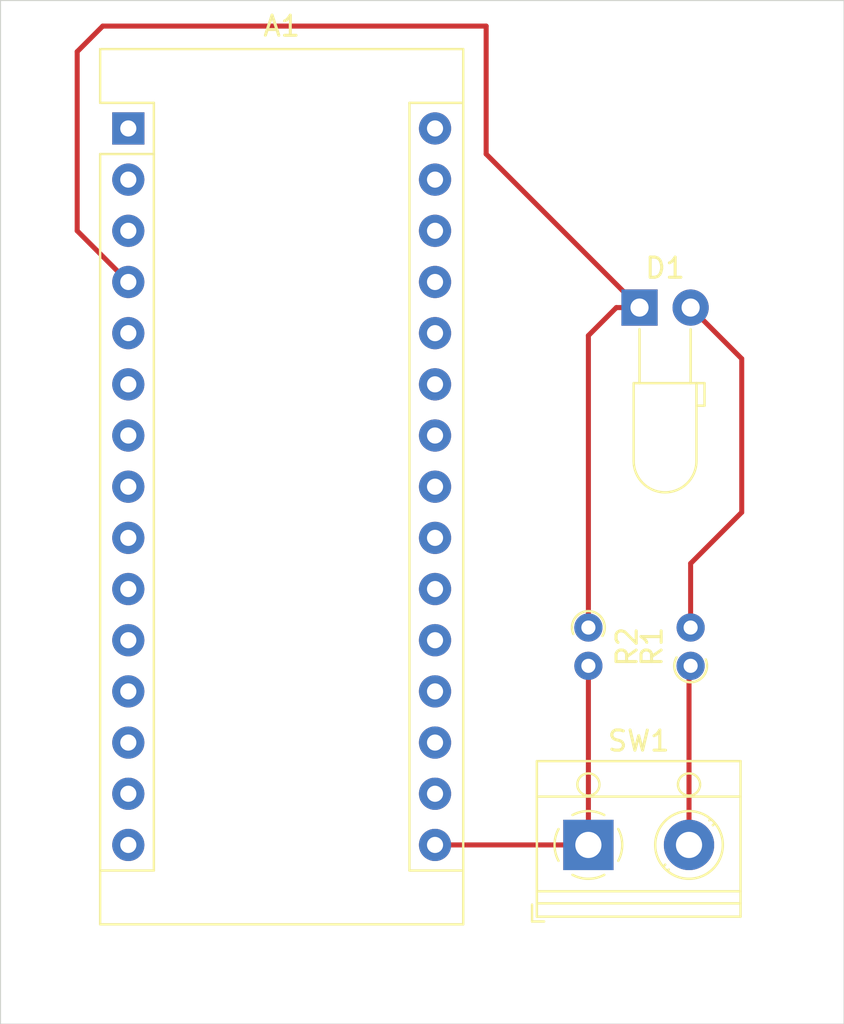
<source format=kicad_pcb>
(kicad_pcb (version 20171130) (host pcbnew 5.1.5+dfsg1-2build2)

  (general
    (thickness 1.6)
    (drawings 4)
    (tracks 17)
    (zones 0)
    (modules 5)
    (nets 33)
  )

  (page A4)
  (layers
    (0 F.Cu signal)
    (31 B.Cu signal)
    (32 B.Adhes user)
    (33 F.Adhes user)
    (34 B.Paste user)
    (35 F.Paste user)
    (36 B.SilkS user)
    (37 F.SilkS user)
    (38 B.Mask user)
    (39 F.Mask user)
    (40 Dwgs.User user)
    (41 Cmts.User user)
    (42 Eco1.User user)
    (43 Eco2.User user)
    (44 Edge.Cuts user)
    (45 Margin user)
    (46 B.CrtYd user)
    (47 F.CrtYd user)
    (48 B.Fab user)
    (49 F.Fab user)
  )

  (setup
    (last_trace_width 0.25)
    (trace_clearance 0.2)
    (zone_clearance 0.508)
    (zone_45_only no)
    (trace_min 0.2)
    (via_size 0.8)
    (via_drill 0.4)
    (via_min_size 0.4)
    (via_min_drill 0.3)
    (uvia_size 0.3)
    (uvia_drill 0.1)
    (uvias_allowed no)
    (uvia_min_size 0.2)
    (uvia_min_drill 0.1)
    (edge_width 0.05)
    (segment_width 0.2)
    (pcb_text_width 0.3)
    (pcb_text_size 1.5 1.5)
    (mod_edge_width 0.12)
    (mod_text_size 1 1)
    (mod_text_width 0.15)
    (pad_size 1.524 1.524)
    (pad_drill 0.762)
    (pad_to_mask_clearance 0.051)
    (solder_mask_min_width 0.25)
    (aux_axis_origin 0 0)
    (visible_elements FFFFFF7F)
    (pcbplotparams
      (layerselection 0x010fc_ffffffff)
      (usegerberextensions false)
      (usegerberattributes false)
      (usegerberadvancedattributes false)
      (creategerberjobfile true)
      (excludeedgelayer true)
      (linewidth 0.100000)
      (plotframeref false)
      (viasonmask false)
      (mode 1)
      (useauxorigin false)
      (hpglpennumber 1)
      (hpglpenspeed 20)
      (hpglpendiameter 15.000000)
      (psnegative false)
      (psa4output false)
      (plotreference true)
      (plotvalue true)
      (plotinvisibletext false)
      (padsonsilk false)
      (subtractmaskfromsilk false)
      (outputformat 1)
      (mirror false)
      (drillshape 0)
      (scaleselection 1)
      (outputdirectory ""))
  )

  (net 0 "")
  (net 1 "Net-(A1-Pad1)")
  (net 2 "Net-(A1-Pad17)")
  (net 3 "Net-(A1-Pad2)")
  (net 4 "Net-(A1-Pad18)")
  (net 5 "Net-(A1-Pad3)")
  (net 6 "Net-(A1-Pad19)")
  (net 7 "Net-(A1-Pad4)")
  (net 8 "Net-(A1-Pad20)")
  (net 9 "Net-(A1-Pad5)")
  (net 10 "Net-(A1-Pad21)")
  (net 11 "Net-(A1-Pad6)")
  (net 12 "Net-(A1-Pad22)")
  (net 13 "Net-(A1-Pad7)")
  (net 14 "Net-(A1-Pad23)")
  (net 15 VCC)
  (net 16 "Net-(A1-Pad24)")
  (net 17 "Net-(A1-Pad9)")
  (net 18 "Net-(A1-Pad25)")
  (net 19 "Net-(A1-Pad10)")
  (net 20 "Net-(A1-Pad26)")
  (net 21 "Net-(A1-Pad11)")
  (net 22 "Net-(A1-Pad27)")
  (net 23 "Net-(A1-Pad12)")
  (net 24 "Net-(A1-Pad28)")
  (net 25 "Net-(A1-Pad13)")
  (net 26 "Net-(A1-Pad14)")
  (net 27 "Net-(A1-Pad15)")
  (net 28 "Net-(A1-Pad16)")
  (net 29 "Net-(D1-Pad2)")
  (net 30 "Net-(R1-Pad1)")
  (net 31 "Net-(A1-Pad29)")
  (net 32 "Net-(A1-Pad8)")

  (net_class Default "This is the default net class."
    (clearance 0.2)
    (trace_width 0.25)
    (via_dia 0.8)
    (via_drill 0.4)
    (uvia_dia 0.3)
    (uvia_drill 0.1)
    (add_net "Net-(A1-Pad1)")
    (add_net "Net-(A1-Pad10)")
    (add_net "Net-(A1-Pad11)")
    (add_net "Net-(A1-Pad12)")
    (add_net "Net-(A1-Pad13)")
    (add_net "Net-(A1-Pad14)")
    (add_net "Net-(A1-Pad15)")
    (add_net "Net-(A1-Pad16)")
    (add_net "Net-(A1-Pad17)")
    (add_net "Net-(A1-Pad18)")
    (add_net "Net-(A1-Pad19)")
    (add_net "Net-(A1-Pad2)")
    (add_net "Net-(A1-Pad20)")
    (add_net "Net-(A1-Pad21)")
    (add_net "Net-(A1-Pad22)")
    (add_net "Net-(A1-Pad23)")
    (add_net "Net-(A1-Pad24)")
    (add_net "Net-(A1-Pad25)")
    (add_net "Net-(A1-Pad26)")
    (add_net "Net-(A1-Pad27)")
    (add_net "Net-(A1-Pad28)")
    (add_net "Net-(A1-Pad29)")
    (add_net "Net-(A1-Pad3)")
    (add_net "Net-(A1-Pad4)")
    (add_net "Net-(A1-Pad5)")
    (add_net "Net-(A1-Pad6)")
    (add_net "Net-(A1-Pad7)")
    (add_net "Net-(A1-Pad8)")
    (add_net "Net-(A1-Pad9)")
    (add_net "Net-(D1-Pad2)")
    (add_net "Net-(R1-Pad1)")
    (add_net VCC)
  )

  (module TerminalBlock_RND:TerminalBlock_RND_205-00012_1x02_P5.00mm_Horizontal (layer F.Cu) (tedit 5B294F52) (tstamp 633FB02C)
    (at 123.19 101.6)
    (descr "terminal block RND 205-00012, 2 pins, pitch 5mm, size 10x7.6mm^2, drill diamater 1.3mm, pad diameter 2.5mm, see http://cdn-reichelt.de/documents/datenblatt/C151/RND_205-00012_DB_EN.pdf, script-generated using https://github.com/pointhi/kicad-footprint-generator/scripts/TerminalBlock_RND")
    (tags "THT terminal block RND 205-00012 pitch 5mm size 10x7.6mm^2 drill 1.3mm pad 2.5mm")
    (path /63412D65)
    (fp_text reference SW1 (at 2.5 -5.16) (layer F.SilkS)
      (effects (font (size 1 1) (thickness 0.15)))
    )
    (fp_text value SW_SPST (at 2.5 4.56) (layer F.Fab)
      (effects (font (size 1 1) (thickness 0.15)))
    )
    (fp_text user %R (at 2.5 -5.16) (layer F.Fab)
      (effects (font (size 1 1) (thickness 0.15)))
    )
    (fp_line (start 8 -4.6) (end -3 -4.6) (layer F.CrtYd) (width 0.05))
    (fp_line (start 8 4) (end 8 -4.6) (layer F.CrtYd) (width 0.05))
    (fp_line (start -3 4) (end 8 4) (layer F.CrtYd) (width 0.05))
    (fp_line (start -3 -4.6) (end -3 4) (layer F.CrtYd) (width 0.05))
    (fp_line (start -2.8 3.8) (end -2.2 3.8) (layer F.SilkS) (width 0.12))
    (fp_line (start -2.8 2.96) (end -2.8 3.8) (layer F.SilkS) (width 0.12))
    (fp_line (start 3.82 0.976) (end 3.726 1.069) (layer F.SilkS) (width 0.12))
    (fp_line (start 6.07 -1.275) (end 6.011 -1.216) (layer F.SilkS) (width 0.12))
    (fp_line (start 3.99 1.216) (end 3.931 1.274) (layer F.SilkS) (width 0.12))
    (fp_line (start 6.275 -1.069) (end 6.181 -0.976) (layer F.SilkS) (width 0.12))
    (fp_line (start 5.955 -1.138) (end 3.863 0.955) (layer F.Fab) (width 0.1))
    (fp_line (start 6.138 -0.955) (end 4.046 1.138) (layer F.Fab) (width 0.1))
    (fp_line (start 0.955 -1.138) (end -1.138 0.955) (layer F.Fab) (width 0.1))
    (fp_line (start 1.138 -0.955) (end -0.955 1.138) (layer F.Fab) (width 0.1))
    (fp_line (start 7.56 -4.16) (end 7.56 3.561) (layer F.SilkS) (width 0.12))
    (fp_line (start -2.56 -4.16) (end -2.56 3.561) (layer F.SilkS) (width 0.12))
    (fp_line (start -2.56 3.561) (end 7.56 3.561) (layer F.SilkS) (width 0.12))
    (fp_line (start -2.56 -4.16) (end 7.56 -4.16) (layer F.SilkS) (width 0.12))
    (fp_line (start -2.56 -2.4) (end 7.56 -2.4) (layer F.SilkS) (width 0.12))
    (fp_line (start -2.5 -2.4) (end 7.5 -2.4) (layer F.Fab) (width 0.1))
    (fp_line (start -2.56 2.3) (end 7.56 2.3) (layer F.SilkS) (width 0.12))
    (fp_line (start -2.5 2.3) (end 7.5 2.3) (layer F.Fab) (width 0.1))
    (fp_line (start -2.56 2.9) (end 7.56 2.9) (layer F.SilkS) (width 0.12))
    (fp_line (start -2.5 2.9) (end 7.5 2.9) (layer F.Fab) (width 0.1))
    (fp_line (start -2.5 2.9) (end -2.5 -4.1) (layer F.Fab) (width 0.1))
    (fp_line (start -1.9 3.5) (end -2.5 2.9) (layer F.Fab) (width 0.1))
    (fp_line (start 7.5 3.5) (end -1.9 3.5) (layer F.Fab) (width 0.1))
    (fp_line (start 7.5 -4.1) (end 7.5 3.5) (layer F.Fab) (width 0.1))
    (fp_line (start -2.5 -4.1) (end 7.5 -4.1) (layer F.Fab) (width 0.1))
    (fp_circle (center 5 -3) (end 5.55 -3) (layer F.SilkS) (width 0.12))
    (fp_circle (center 5 -3) (end 5.55 -3) (layer F.Fab) (width 0.1))
    (fp_circle (center 5 0) (end 6.68 0) (layer F.SilkS) (width 0.12))
    (fp_circle (center 5 0) (end 6.5 0) (layer F.Fab) (width 0.1))
    (fp_circle (center 0 -3) (end 0.55 -3) (layer F.SilkS) (width 0.12))
    (fp_circle (center 0 -3) (end 0.55 -3) (layer F.Fab) (width 0.1))
    (fp_circle (center 0 0) (end 1.5 0) (layer F.Fab) (width 0.1))
    (fp_arc (start 0 0) (end -0.789 1.484) (angle -29) (layer F.SilkS) (width 0.12))
    (fp_arc (start 0 0) (end -1.484 -0.789) (angle -56) (layer F.SilkS) (width 0.12))
    (fp_arc (start 0 0) (end 0.789 -1.484) (angle -56) (layer F.SilkS) (width 0.12))
    (fp_arc (start 0 0) (end 1.484 0.789) (angle -56) (layer F.SilkS) (width 0.12))
    (fp_arc (start 0 0) (end 0 1.68) (angle -28) (layer F.SilkS) (width 0.12))
    (pad 2 thru_hole circle (at 5 0) (size 2.5 2.5) (drill 1.3) (layers *.Cu *.Mask)
      (net 30 "Net-(R1-Pad1)"))
    (pad 1 thru_hole rect (at 0 0) (size 2.5 2.5) (drill 1.3) (layers *.Cu *.Mask)
      (net 28 "Net-(A1-Pad16)"))
    (model ${KISYS3DMOD}/TerminalBlock_RND.3dshapes/TerminalBlock_RND_205-00012_1x02_P5.00mm_Horizontal.wrl
      (at (xyz 0 0 0))
      (scale (xyz 1 1 1))
      (rotate (xyz 0 0 0))
    )
  )

  (module Resistor_THT:R_Axial_DIN0204_L3.6mm_D1.6mm_P1.90mm_Vertical (layer F.Cu) (tedit 5AE5139B) (tstamp 633FAFFC)
    (at 123.19 90.81 270)
    (descr "Resistor, Axial_DIN0204 series, Axial, Vertical, pin pitch=1.9mm, 0.167W, length*diameter=3.6*1.6mm^2, http://cdn-reichelt.de/documents/datenblatt/B400/1_4W%23YAG.pdf")
    (tags "Resistor Axial_DIN0204 series Axial Vertical pin pitch 1.9mm 0.167W length 3.6mm diameter 1.6mm")
    (path /63414CFB)
    (fp_text reference R2 (at 0.95 -1.92 90) (layer F.SilkS)
      (effects (font (size 1 1) (thickness 0.15)))
    )
    (fp_text value 288K (at 0.95 1.92 90) (layer F.Fab)
      (effects (font (size 1 1) (thickness 0.15)))
    )
    (fp_text user %R (at 0.95 -1.92 90) (layer F.Fab)
      (effects (font (size 1 1) (thickness 0.15)))
    )
    (fp_line (start 2.86 -1.05) (end -1.05 -1.05) (layer F.CrtYd) (width 0.05))
    (fp_line (start 2.86 1.05) (end 2.86 -1.05) (layer F.CrtYd) (width 0.05))
    (fp_line (start -1.05 1.05) (end 2.86 1.05) (layer F.CrtYd) (width 0.05))
    (fp_line (start -1.05 -1.05) (end -1.05 1.05) (layer F.CrtYd) (width 0.05))
    (fp_line (start 0 0) (end 1.9 0) (layer F.Fab) (width 0.1))
    (fp_circle (center 0 0) (end 0.8 0) (layer F.Fab) (width 0.1))
    (fp_arc (start 0 0) (end 0.417133 -0.7) (angle -233.92106) (layer F.SilkS) (width 0.12))
    (pad 2 thru_hole oval (at 1.9 0 270) (size 1.4 1.4) (drill 0.7) (layers *.Cu *.Mask)
      (net 28 "Net-(A1-Pad16)"))
    (pad 1 thru_hole circle (at 0 0 270) (size 1.4 1.4) (drill 0.7) (layers *.Cu *.Mask)
      (net 7 "Net-(A1-Pad4)"))
    (model ${KISYS3DMOD}/Resistor_THT.3dshapes/R_Axial_DIN0204_L3.6mm_D1.6mm_P1.90mm_Vertical.wrl
      (at (xyz 0 0 0))
      (scale (xyz 1 1 1))
      (rotate (xyz 0 0 0))
    )
  )

  (module Resistor_THT:R_Axial_DIN0204_L3.6mm_D1.6mm_P1.90mm_Vertical (layer F.Cu) (tedit 5AE5139B) (tstamp 633FAFEE)
    (at 128.27 92.71 90)
    (descr "Resistor, Axial_DIN0204 series, Axial, Vertical, pin pitch=1.9mm, 0.167W, length*diameter=3.6*1.6mm^2, http://cdn-reichelt.de/documents/datenblatt/B400/1_4W%23YAG.pdf")
    (tags "Resistor Axial_DIN0204 series Axial Vertical pin pitch 1.9mm 0.167W length 3.6mm diameter 1.6mm")
    (path /633F9393)
    (fp_text reference R1 (at 0.95 -1.92 90) (layer F.SilkS)
      (effects (font (size 1 1) (thickness 0.15)))
    )
    (fp_text value 1K (at 0.95 1.92 90) (layer F.Fab)
      (effects (font (size 1 1) (thickness 0.15)))
    )
    (fp_text user %R (at 0.95 -1.92 90) (layer F.Fab)
      (effects (font (size 1 1) (thickness 0.15)))
    )
    (fp_line (start 2.86 -1.05) (end -1.05 -1.05) (layer F.CrtYd) (width 0.05))
    (fp_line (start 2.86 1.05) (end 2.86 -1.05) (layer F.CrtYd) (width 0.05))
    (fp_line (start -1.05 1.05) (end 2.86 1.05) (layer F.CrtYd) (width 0.05))
    (fp_line (start -1.05 -1.05) (end -1.05 1.05) (layer F.CrtYd) (width 0.05))
    (fp_line (start 0 0) (end 1.9 0) (layer F.Fab) (width 0.1))
    (fp_circle (center 0 0) (end 0.8 0) (layer F.Fab) (width 0.1))
    (fp_arc (start 0 0) (end 0.417133 -0.7) (angle -233.92106) (layer F.SilkS) (width 0.12))
    (pad 2 thru_hole oval (at 1.9 0 90) (size 1.4 1.4) (drill 0.7) (layers *.Cu *.Mask)
      (net 29 "Net-(D1-Pad2)"))
    (pad 1 thru_hole circle (at 0 0 90) (size 1.4 1.4) (drill 0.7) (layers *.Cu *.Mask)
      (net 30 "Net-(R1-Pad1)"))
    (model ${KISYS3DMOD}/Resistor_THT.3dshapes/R_Axial_DIN0204_L3.6mm_D1.6mm_P1.90mm_Vertical.wrl
      (at (xyz 0 0 0))
      (scale (xyz 1 1 1))
      (rotate (xyz 0 0 0))
    )
  )

  (module LED_THT:LED_D3.0mm_Horizontal_O3.81mm_Z10.0mm (layer F.Cu) (tedit 5880A862) (tstamp 633FBC3A)
    (at 125.73 74.93)
    (descr "LED, diameter 3.0mm z-position of LED center 2.0mm, 2 pins, diameter 3.0mm z-position of LED center 2.0mm, 2 pins, diameter 3.0mm z-position of LED center 2.0mm, 2 pins, diameter 3.0mm z-position of LED center 6.0mm, 2 pins, diameter 3.0mm z-position of LED center 6.0mm, 2 pins, diameter 3.0mm z-position of LED center 6.0mm, 2 pins, diameter 3.0mm z-position of LED center 10.0mm, 2 pins, diameter 3.0mm z-position of LED center 10.0mm, 2 pins")
    (tags "LED diameter 3.0mm z-position of LED center 2.0mm 2 pins diameter 3.0mm z-position of LED center 2.0mm 2 pins diameter 3.0mm z-position of LED center 2.0mm 2 pins diameter 3.0mm z-position of LED center 6.0mm 2 pins diameter 3.0mm z-position of LED center 6.0mm 2 pins diameter 3.0mm z-position of LED center 6.0mm 2 pins diameter 3.0mm z-position of LED center 10.0mm 2 pins diameter 3.0mm z-position of LED center 10.0mm 2 pins")
    (path /6341CDD4)
    (fp_text reference D1 (at 1.27 -1.96) (layer F.SilkS)
      (effects (font (size 1 1) (thickness 0.15)))
    )
    (fp_text value LED (at 1.27 10.17) (layer F.Fab)
      (effects (font (size 1 1) (thickness 0.15)))
    )
    (fp_line (start 3.75 -1.25) (end -1.25 -1.25) (layer F.CrtYd) (width 0.05))
    (fp_line (start 3.75 9.45) (end 3.75 -1.25) (layer F.CrtYd) (width 0.05))
    (fp_line (start -1.25 9.45) (end 3.75 9.45) (layer F.CrtYd) (width 0.05))
    (fp_line (start -1.25 -1.25) (end -1.25 9.45) (layer F.CrtYd) (width 0.05))
    (fp_line (start 2.54 1.08) (end 2.54 1.08) (layer F.SilkS) (width 0.12))
    (fp_line (start 2.54 3.75) (end 2.54 1.08) (layer F.SilkS) (width 0.12))
    (fp_line (start 2.54 3.75) (end 2.54 3.75) (layer F.SilkS) (width 0.12))
    (fp_line (start 2.54 1.08) (end 2.54 3.75) (layer F.SilkS) (width 0.12))
    (fp_line (start 0 1.08) (end 0 1.08) (layer F.SilkS) (width 0.12))
    (fp_line (start 0 3.75) (end 0 1.08) (layer F.SilkS) (width 0.12))
    (fp_line (start 0 3.75) (end 0 3.75) (layer F.SilkS) (width 0.12))
    (fp_line (start 0 1.08) (end 0 3.75) (layer F.SilkS) (width 0.12))
    (fp_line (start 2.83 3.75) (end 3.23 3.75) (layer F.SilkS) (width 0.12))
    (fp_line (start 2.83 4.87) (end 2.83 3.75) (layer F.SilkS) (width 0.12))
    (fp_line (start 3.23 4.87) (end 2.83 4.87) (layer F.SilkS) (width 0.12))
    (fp_line (start 3.23 3.75) (end 3.23 4.87) (layer F.SilkS) (width 0.12))
    (fp_line (start -0.29 3.75) (end 2.83 3.75) (layer F.SilkS) (width 0.12))
    (fp_line (start 2.83 3.75) (end 2.83 7.61) (layer F.SilkS) (width 0.12))
    (fp_line (start -0.29 3.75) (end -0.29 7.61) (layer F.SilkS) (width 0.12))
    (fp_line (start 2.54 0) (end 2.54 0) (layer F.Fab) (width 0.1))
    (fp_line (start 2.54 3.81) (end 2.54 0) (layer F.Fab) (width 0.1))
    (fp_line (start 2.54 3.81) (end 2.54 3.81) (layer F.Fab) (width 0.1))
    (fp_line (start 2.54 0) (end 2.54 3.81) (layer F.Fab) (width 0.1))
    (fp_line (start 0 0) (end 0 0) (layer F.Fab) (width 0.1))
    (fp_line (start 0 3.81) (end 0 0) (layer F.Fab) (width 0.1))
    (fp_line (start 0 3.81) (end 0 3.81) (layer F.Fab) (width 0.1))
    (fp_line (start 0 0) (end 0 3.81) (layer F.Fab) (width 0.1))
    (fp_line (start 2.77 3.81) (end 3.17 3.81) (layer F.Fab) (width 0.1))
    (fp_line (start 2.77 4.81) (end 2.77 3.81) (layer F.Fab) (width 0.1))
    (fp_line (start 3.17 4.81) (end 2.77 4.81) (layer F.Fab) (width 0.1))
    (fp_line (start 3.17 3.81) (end 3.17 4.81) (layer F.Fab) (width 0.1))
    (fp_line (start -0.23 3.81) (end 2.77 3.81) (layer F.Fab) (width 0.1))
    (fp_line (start 2.77 3.81) (end 2.77 7.61) (layer F.Fab) (width 0.1))
    (fp_line (start -0.23 3.81) (end -0.23 7.61) (layer F.Fab) (width 0.1))
    (fp_arc (start 1.27 7.61) (end -0.29 7.61) (angle -180) (layer F.SilkS) (width 0.12))
    (fp_arc (start 1.27 7.61) (end -0.23 7.61) (angle -180) (layer F.Fab) (width 0.1))
    (pad 2 thru_hole circle (at 2.54 0) (size 1.8 1.8) (drill 0.9) (layers *.Cu *.Mask)
      (net 29 "Net-(D1-Pad2)"))
    (pad 1 thru_hole rect (at 0 0) (size 1.8 1.8) (drill 0.9) (layers *.Cu *.Mask)
      (net 7 "Net-(A1-Pad4)"))
    (model ${KISYS3DMOD}/LED_THT.3dshapes/LED_D3.0mm_Horizontal_O3.81mm_Z10.0mm.wrl
      (at (xyz 0 0 0))
      (scale (xyz 1 1 1))
      (rotate (xyz 0 0 0))
    )
  )

  (module Module:Arduino_Nano (layer F.Cu) (tedit 58ACAF70) (tstamp 633FAFB6)
    (at 100.33 66.04)
    (descr "Arduino Nano, http://www.mouser.com/pdfdocs/Gravitech_Arduino_Nano3_0.pdf")
    (tags "Arduino Nano")
    (path /633FBD2E)
    (fp_text reference A1 (at 7.62 -5.08) (layer F.SilkS)
      (effects (font (size 1 1) (thickness 0.15)))
    )
    (fp_text value Arduino_Nano_v3.x (at 8.89 19.05 90) (layer F.Fab)
      (effects (font (size 1 1) (thickness 0.15)))
    )
    (fp_line (start 16.75 42.16) (end -1.53 42.16) (layer F.CrtYd) (width 0.05))
    (fp_line (start 16.75 42.16) (end 16.75 -4.06) (layer F.CrtYd) (width 0.05))
    (fp_line (start -1.53 -4.06) (end -1.53 42.16) (layer F.CrtYd) (width 0.05))
    (fp_line (start -1.53 -4.06) (end 16.75 -4.06) (layer F.CrtYd) (width 0.05))
    (fp_line (start 16.51 -3.81) (end 16.51 39.37) (layer F.Fab) (width 0.1))
    (fp_line (start 0 -3.81) (end 16.51 -3.81) (layer F.Fab) (width 0.1))
    (fp_line (start -1.27 -2.54) (end 0 -3.81) (layer F.Fab) (width 0.1))
    (fp_line (start -1.27 39.37) (end -1.27 -2.54) (layer F.Fab) (width 0.1))
    (fp_line (start 16.51 39.37) (end -1.27 39.37) (layer F.Fab) (width 0.1))
    (fp_line (start 16.64 -3.94) (end -1.4 -3.94) (layer F.SilkS) (width 0.12))
    (fp_line (start 16.64 39.5) (end 16.64 -3.94) (layer F.SilkS) (width 0.12))
    (fp_line (start -1.4 39.5) (end 16.64 39.5) (layer F.SilkS) (width 0.12))
    (fp_line (start 3.81 41.91) (end 3.81 31.75) (layer F.Fab) (width 0.1))
    (fp_line (start 11.43 41.91) (end 3.81 41.91) (layer F.Fab) (width 0.1))
    (fp_line (start 11.43 31.75) (end 11.43 41.91) (layer F.Fab) (width 0.1))
    (fp_line (start 3.81 31.75) (end 11.43 31.75) (layer F.Fab) (width 0.1))
    (fp_line (start 1.27 36.83) (end -1.4 36.83) (layer F.SilkS) (width 0.12))
    (fp_line (start 1.27 1.27) (end 1.27 36.83) (layer F.SilkS) (width 0.12))
    (fp_line (start 1.27 1.27) (end -1.4 1.27) (layer F.SilkS) (width 0.12))
    (fp_line (start 13.97 36.83) (end 16.64 36.83) (layer F.SilkS) (width 0.12))
    (fp_line (start 13.97 -1.27) (end 13.97 36.83) (layer F.SilkS) (width 0.12))
    (fp_line (start 13.97 -1.27) (end 16.64 -1.27) (layer F.SilkS) (width 0.12))
    (fp_line (start -1.4 -3.94) (end -1.4 -1.27) (layer F.SilkS) (width 0.12))
    (fp_line (start -1.4 1.27) (end -1.4 39.5) (layer F.SilkS) (width 0.12))
    (fp_line (start 1.27 -1.27) (end -1.4 -1.27) (layer F.SilkS) (width 0.12))
    (fp_line (start 1.27 1.27) (end 1.27 -1.27) (layer F.SilkS) (width 0.12))
    (fp_text user %R (at 6.35 19.05 90) (layer F.Fab)
      (effects (font (size 1 1) (thickness 0.15)))
    )
    (pad 16 thru_hole oval (at 15.24 35.56) (size 1.6 1.6) (drill 0.8) (layers *.Cu *.Mask)
      (net 28 "Net-(A1-Pad16)"))
    (pad 15 thru_hole oval (at 0 35.56) (size 1.6 1.6) (drill 0.8) (layers *.Cu *.Mask)
      (net 27 "Net-(A1-Pad15)"))
    (pad 30 thru_hole oval (at 15.24 0) (size 1.6 1.6) (drill 0.8) (layers *.Cu *.Mask)
      (net 15 VCC))
    (pad 14 thru_hole oval (at 0 33.02) (size 1.6 1.6) (drill 0.8) (layers *.Cu *.Mask)
      (net 26 "Net-(A1-Pad14)"))
    (pad 29 thru_hole oval (at 15.24 2.54) (size 1.6 1.6) (drill 0.8) (layers *.Cu *.Mask)
      (net 31 "Net-(A1-Pad29)"))
    (pad 13 thru_hole oval (at 0 30.48) (size 1.6 1.6) (drill 0.8) (layers *.Cu *.Mask)
      (net 25 "Net-(A1-Pad13)"))
    (pad 28 thru_hole oval (at 15.24 5.08) (size 1.6 1.6) (drill 0.8) (layers *.Cu *.Mask)
      (net 24 "Net-(A1-Pad28)"))
    (pad 12 thru_hole oval (at 0 27.94) (size 1.6 1.6) (drill 0.8) (layers *.Cu *.Mask)
      (net 23 "Net-(A1-Pad12)"))
    (pad 27 thru_hole oval (at 15.24 7.62) (size 1.6 1.6) (drill 0.8) (layers *.Cu *.Mask)
      (net 22 "Net-(A1-Pad27)"))
    (pad 11 thru_hole oval (at 0 25.4) (size 1.6 1.6) (drill 0.8) (layers *.Cu *.Mask)
      (net 21 "Net-(A1-Pad11)"))
    (pad 26 thru_hole oval (at 15.24 10.16) (size 1.6 1.6) (drill 0.8) (layers *.Cu *.Mask)
      (net 20 "Net-(A1-Pad26)"))
    (pad 10 thru_hole oval (at 0 22.86) (size 1.6 1.6) (drill 0.8) (layers *.Cu *.Mask)
      (net 19 "Net-(A1-Pad10)"))
    (pad 25 thru_hole oval (at 15.24 12.7) (size 1.6 1.6) (drill 0.8) (layers *.Cu *.Mask)
      (net 18 "Net-(A1-Pad25)"))
    (pad 9 thru_hole oval (at 0 20.32) (size 1.6 1.6) (drill 0.8) (layers *.Cu *.Mask)
      (net 17 "Net-(A1-Pad9)"))
    (pad 24 thru_hole oval (at 15.24 15.24) (size 1.6 1.6) (drill 0.8) (layers *.Cu *.Mask)
      (net 16 "Net-(A1-Pad24)"))
    (pad 8 thru_hole oval (at 0 17.78) (size 1.6 1.6) (drill 0.8) (layers *.Cu *.Mask)
      (net 32 "Net-(A1-Pad8)"))
    (pad 23 thru_hole oval (at 15.24 17.78) (size 1.6 1.6) (drill 0.8) (layers *.Cu *.Mask)
      (net 14 "Net-(A1-Pad23)"))
    (pad 7 thru_hole oval (at 0 15.24) (size 1.6 1.6) (drill 0.8) (layers *.Cu *.Mask)
      (net 13 "Net-(A1-Pad7)"))
    (pad 22 thru_hole oval (at 15.24 20.32) (size 1.6 1.6) (drill 0.8) (layers *.Cu *.Mask)
      (net 12 "Net-(A1-Pad22)"))
    (pad 6 thru_hole oval (at 0 12.7) (size 1.6 1.6) (drill 0.8) (layers *.Cu *.Mask)
      (net 11 "Net-(A1-Pad6)"))
    (pad 21 thru_hole oval (at 15.24 22.86) (size 1.6 1.6) (drill 0.8) (layers *.Cu *.Mask)
      (net 10 "Net-(A1-Pad21)"))
    (pad 5 thru_hole oval (at 0 10.16) (size 1.6 1.6) (drill 0.8) (layers *.Cu *.Mask)
      (net 9 "Net-(A1-Pad5)"))
    (pad 20 thru_hole oval (at 15.24 25.4) (size 1.6 1.6) (drill 0.8) (layers *.Cu *.Mask)
      (net 8 "Net-(A1-Pad20)"))
    (pad 4 thru_hole oval (at 0 7.62) (size 1.6 1.6) (drill 0.8) (layers *.Cu *.Mask)
      (net 7 "Net-(A1-Pad4)"))
    (pad 19 thru_hole oval (at 15.24 27.94) (size 1.6 1.6) (drill 0.8) (layers *.Cu *.Mask)
      (net 6 "Net-(A1-Pad19)"))
    (pad 3 thru_hole oval (at 0 5.08) (size 1.6 1.6) (drill 0.8) (layers *.Cu *.Mask)
      (net 5 "Net-(A1-Pad3)"))
    (pad 18 thru_hole oval (at 15.24 30.48) (size 1.6 1.6) (drill 0.8) (layers *.Cu *.Mask)
      (net 4 "Net-(A1-Pad18)"))
    (pad 2 thru_hole oval (at 0 2.54) (size 1.6 1.6) (drill 0.8) (layers *.Cu *.Mask)
      (net 3 "Net-(A1-Pad2)"))
    (pad 17 thru_hole oval (at 15.24 33.02) (size 1.6 1.6) (drill 0.8) (layers *.Cu *.Mask)
      (net 2 "Net-(A1-Pad17)"))
    (pad 1 thru_hole rect (at 0 0) (size 1.6 1.6) (drill 0.8) (layers *.Cu *.Mask)
      (net 1 "Net-(A1-Pad1)"))
    (model ${KISYS3DMOD}/Module.3dshapes/Arduino_Nano_WithMountingHoles.wrl
      (at (xyz 0 0 0))
      (scale (xyz 1 1 1))
      (rotate (xyz 0 0 0))
    )
  )

  (gr_line (start 135.89 59.69) (end 135.89 110.49) (layer Edge.Cuts) (width 0.05) (tstamp 6340C54E))
  (gr_line (start 93.98 59.69) (end 135.89 59.69) (layer Edge.Cuts) (width 0.05))
  (gr_line (start 93.98 110.49) (end 135.89 110.49) (layer Edge.Cuts) (width 0.05))
  (gr_line (start 93.98 59.69) (end 93.98 110.49) (layer Edge.Cuts) (width 0.05))

  (segment (start 124.58 74.93) (end 125.73 74.93) (width 0.25) (layer F.Cu) (net 7))
  (segment (start 123.19 76.32) (end 124.58 74.93) (width 0.25) (layer F.Cu) (net 7))
  (segment (start 123.19 90.81) (end 123.19 76.32) (width 0.25) (layer F.Cu) (net 7))
  (segment (start 118.11 67.31) (end 125.73 74.93) (width 0.25) (layer F.Cu) (net 7))
  (segment (start 99.06 60.96) (end 118.11 60.96) (width 0.25) (layer F.Cu) (net 7))
  (segment (start 97.79 62.23) (end 99.06 60.96) (width 0.25) (layer F.Cu) (net 7))
  (segment (start 118.11 60.96) (end 118.11 67.31) (width 0.25) (layer F.Cu) (net 7))
  (segment (start 97.79 71.12) (end 97.79 62.23) (width 0.25) (layer F.Cu) (net 7))
  (segment (start 100.33 73.66) (end 97.79 71.12) (width 0.25) (layer F.Cu) (net 7))
  (segment (start 123.19 101.6) (end 115.57 101.6) (width 0.25) (layer F.Cu) (net 28))
  (segment (start 123.19 101.6) (end 123.19 92.71) (width 0.25) (layer F.Cu) (net 28))
  (segment (start 128.27 90.81) (end 128.27 87.63) (width 0.25) (layer F.Cu) (net 29))
  (segment (start 128.27 87.63) (end 130.81 85.09) (width 0.25) (layer F.Cu) (net 29))
  (segment (start 130.81 77.47) (end 128.27 74.93) (width 0.25) (layer F.Cu) (net 29))
  (segment (start 130.81 85.09) (end 130.81 77.47) (width 0.25) (layer F.Cu) (net 29))
  (segment (start 128.19 92.79) (end 128.27 92.71) (width 0.25) (layer F.Cu) (net 30))
  (segment (start 128.19 101.6) (end 128.19 92.79) (width 0.25) (layer F.Cu) (net 30))

)

</source>
